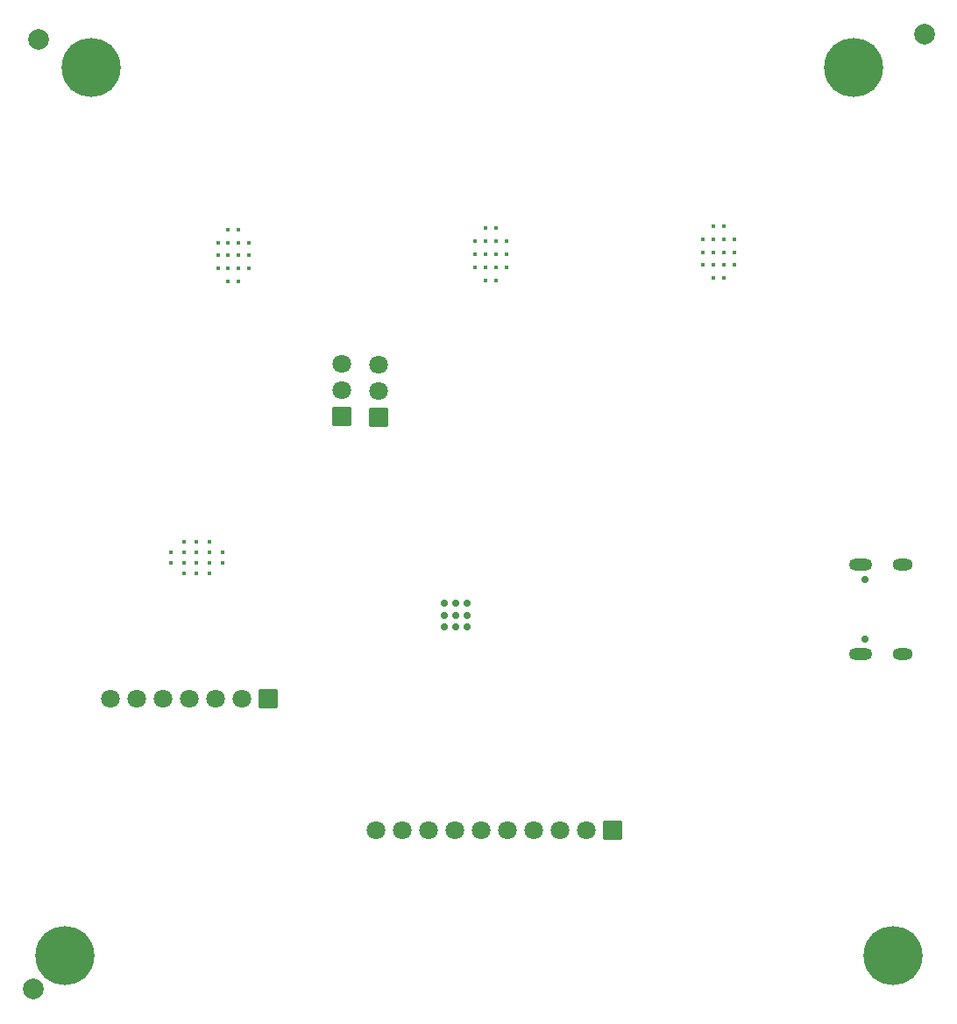
<source format=gbs>
%TF.GenerationSoftware,KiCad,Pcbnew,9.0.5-9.0.5~ubuntu24.04.1*%
%TF.CreationDate,2025-10-12T17:01:00-07:00*%
%TF.ProjectId,motor_board,6d6f746f-725f-4626-9f61-72642e6b6963,1.3*%
%TF.SameCoordinates,Original*%
%TF.FileFunction,Soldermask,Bot*%
%TF.FilePolarity,Negative*%
%FSLAX46Y46*%
G04 Gerber Fmt 4.6, Leading zero omitted, Abs format (unit mm)*
G04 Created by KiCad (PCBNEW 9.0.5-9.0.5~ubuntu24.04.1) date 2025-10-12 17:01:00*
%MOMM*%
%LPD*%
G01*
G04 APERTURE LIST*
G04 Aperture macros list*
%AMRoundRect*
0 Rectangle with rounded corners*
0 $1 Rounding radius*
0 $2 $3 $4 $5 $6 $7 $8 $9 X,Y pos of 4 corners*
0 Add a 4 corners polygon primitive as box body*
4,1,4,$2,$3,$4,$5,$6,$7,$8,$9,$2,$3,0*
0 Add four circle primitives for the rounded corners*
1,1,$1+$1,$2,$3*
1,1,$1+$1,$4,$5*
1,1,$1+$1,$6,$7*
1,1,$1+$1,$8,$9*
0 Add four rect primitives between the rounded corners*
20,1,$1+$1,$2,$3,$4,$5,0*
20,1,$1+$1,$4,$5,$6,$7,0*
20,1,$1+$1,$6,$7,$8,$9,0*
20,1,$1+$1,$8,$9,$2,$3,0*%
G04 Aperture macros list end*
%ADD10C,5.701600*%
%ADD11C,0.701600*%
%ADD12O,2.251600X1.151600*%
%ADD13O,1.951600X1.151600*%
%ADD14C,0.401600*%
%ADD15RoundRect,0.050800X-0.850000X0.850000X-0.850000X-0.850000X0.850000X-0.850000X0.850000X0.850000X0*%
%ADD16C,1.801600*%
%ADD17RoundRect,0.050800X0.850000X0.850000X-0.850000X0.850000X-0.850000X-0.850000X0.850000X-0.850000X0*%
%ADD18C,2.000000*%
%ADD19RoundRect,0.050800X0.850000X-0.850000X0.850000X0.850000X-0.850000X0.850000X-0.850000X-0.850000X0*%
G04 APERTURE END LIST*
D10*
X105946000Y-57564100D03*
X103426000Y-143294000D03*
X183426100Y-143294100D03*
X179606000Y-57564000D03*
D11*
X180735000Y-112735000D03*
X180735000Y-106965000D03*
D12*
X180235000Y-114170000D03*
D13*
X184375000Y-114170000D03*
D12*
X180235000Y-105530000D03*
D13*
X184375000Y-105530000D03*
D14*
X117366637Y-103383363D03*
X116116637Y-103383363D03*
X114866637Y-103383363D03*
X118616637Y-104383363D03*
X117366637Y-104383363D03*
X116116637Y-104383363D03*
X114866637Y-104383363D03*
X113616637Y-104383363D03*
X118616637Y-105383363D03*
X117366637Y-105383363D03*
X116116637Y-105383363D03*
X114866637Y-105383363D03*
X113616637Y-105383363D03*
X117366637Y-106383363D03*
X116116637Y-106383363D03*
X114866637Y-106383363D03*
D15*
X122996637Y-118483363D03*
D16*
X120456637Y-118483363D03*
X117916637Y-118483363D03*
X115376637Y-118483363D03*
X112836637Y-118483363D03*
X110296637Y-118483363D03*
X107756637Y-118483363D03*
D14*
X146047132Y-76826933D03*
X146047132Y-75576933D03*
X146047132Y-74326933D03*
X145047132Y-78076933D03*
X145047132Y-76826933D03*
X145047132Y-75576933D03*
X145047132Y-74326933D03*
X145047132Y-73076933D03*
X144047132Y-78076933D03*
X144047132Y-76826933D03*
X144047132Y-75576933D03*
X144047132Y-74326933D03*
X144047132Y-73076933D03*
X143047132Y-76826933D03*
X143047132Y-75576933D03*
X143047132Y-74326933D03*
D17*
X133700000Y-91290000D03*
D16*
X133700000Y-88750000D03*
X133700000Y-86210000D03*
D14*
X168047132Y-76626933D03*
X168047132Y-75376933D03*
X168047132Y-74126933D03*
X167047132Y-77876933D03*
X167047132Y-76626933D03*
X167047132Y-75376933D03*
X167047132Y-74126933D03*
X167047132Y-72876933D03*
X166047132Y-77876933D03*
X166047132Y-76626933D03*
X166047132Y-75376933D03*
X166047132Y-74126933D03*
X166047132Y-72876933D03*
X165047132Y-76626933D03*
X165047132Y-75376933D03*
X165047132Y-74126933D03*
D17*
X130150000Y-91280000D03*
D16*
X130150000Y-88740000D03*
X130150000Y-86200000D03*
D14*
X121172132Y-76951933D03*
X121172132Y-75701933D03*
X121172132Y-74451933D03*
X120172132Y-78201933D03*
X120172132Y-76951933D03*
X120172132Y-75701933D03*
X120172132Y-74451933D03*
X120172132Y-73201933D03*
X119172132Y-78201933D03*
X119172132Y-76951933D03*
X119172132Y-75701933D03*
X119172132Y-74451933D03*
X119172132Y-73201933D03*
X118172132Y-76951933D03*
X118172132Y-75701933D03*
X118172132Y-74451933D03*
D11*
X142277433Y-109290567D03*
X141144100Y-109290567D03*
X140010767Y-109290567D03*
X142277433Y-110423900D03*
X141144100Y-110423900D03*
X140010767Y-110423900D03*
X142277433Y-111557233D03*
X141144100Y-111557233D03*
X140010767Y-111557233D03*
D18*
X186436000Y-54356000D03*
X100838000Y-54864000D03*
X100330000Y-146558000D03*
D19*
X156282000Y-131200000D03*
D16*
X153742000Y-131200000D03*
X151202000Y-131200000D03*
X148662000Y-131200000D03*
X146122000Y-131200000D03*
X143582000Y-131200000D03*
X141042000Y-131200000D03*
X138502000Y-131200000D03*
X135962000Y-131200000D03*
X133422000Y-131200000D03*
M02*

</source>
